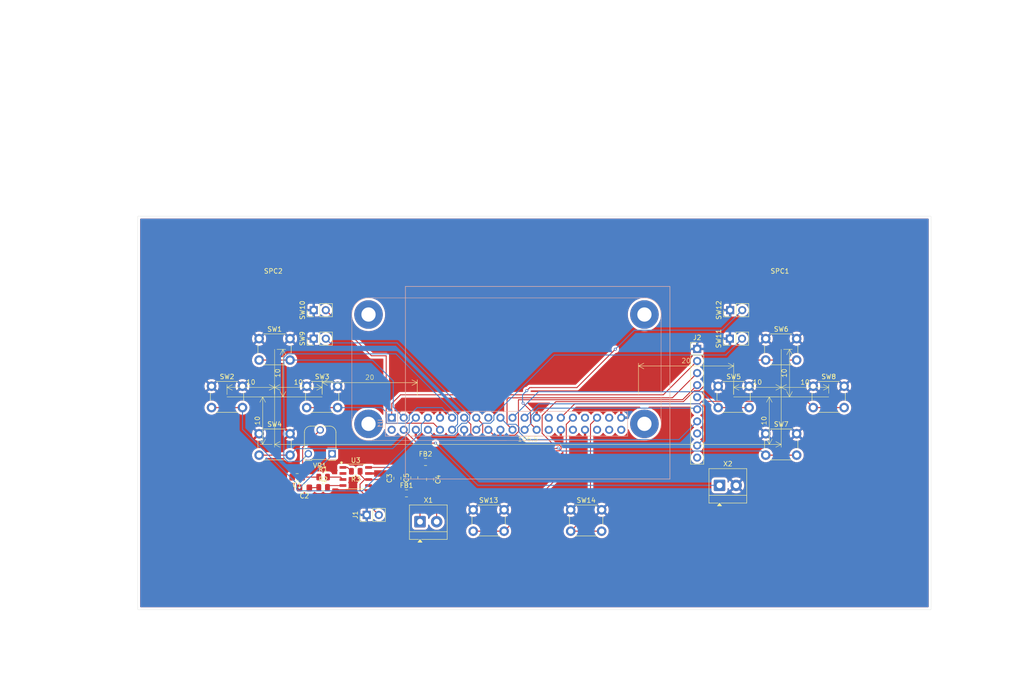
<source format=kicad_pcb>
(kicad_pcb (version 20241229) (generator "pcbnew") (generator_version "9.0")
  (title_block (title "RetroPie Zero Console"))
  (layers (0 "F.Cu" signal) (2 "B.Cu" signal) (13 "F.Paste" user) (15 "B.Paste" user) (5 "F.SilkS" user "F.Silkscreen") (7 "B.SilkS" user "B.Silkscreen") (1 "F.Mask" user) (3 "B.Mask" user) (25 "Edge.Cuts" user))
  (net 0 "")
  (net 1 "VCC")
  (net 2 "GND")
  (net 3 "SCREEN_MOSI")
  (net 4 "SCREEN_CS")
  (net 7 "SCREEN_D_C")
  (net 8 "SCREEN_CLK")
  (net 9 "SCREEN_RST")
  (net 10 "+3V3")
  (net 12 "DPAD_U")
  (net 13 "DPAD_L")
  (net 14 "DPAD_R")
  (net 15 "DPAD_D")
  (net 16 "SW_Y")
  (net 17 "SW_X")
  (net 18 "SW_B")
  (net 19 "SW_A")
  (net 20 "L_BUMP")
  (net 21 "R_TRIG")
  (net 22 "R_BUMP")
  (net 23 "SW_SEL")
  (net 24 "SW_STA")
  (net 28 "AIN -")
  (net 32 "PowerBoost Power")
  (net 33 "AIN +")
  (net 37 "/VO-")
  (net 38 "/VO+")
  (net 39 "Net-(C1-Pad1)")
  (net 40 "Net-(VR1-S)")
  (net 41 "Net-(C2-Pad1)")
  (net 42 "Net-(FB1-P$1)")
  (net 43 "Net-(FB2-P$1)")
  (net 44 "/SD")
  (net 45 "Net-(U3-IN_P)")
  (net 46 "Net-(U3-IN_N)")
  (footprint "Capacitor_SMD:C_0805_2012Metric_Pad1.18x1.45mm_HandSolder" (layer "F.Cu") (at 147.683 124.8575 -90)
    (property "Reference" "C4" (at 0 -1.68 90) (layer "F.SilkS"))
    (property "Value" "220pF")
    (pad "1" smd roundrect (at -1.0375 0 270) (size 1.175 1.45) (layers "F.Cu" "F.Mask" "F.Paste") (roundrect_rratio 0.212766) (net 37 "/VO-"))
    (pad "2" smd roundrect (at 1.0375 0 270) (size 1.175 1.45) (layers "F.Cu" "F.Mask" "F.Paste") (roundrect_rratio 0.212766) (net 2 "GND"))
  )
  (footprint "Button_Switch_THT:SW_PUSH_6mm" (layer "F.Cu") (at 121.75 105.25)
    (property "Reference" "SW3" (at 3.25 -2 0) (layer "F.SilkS"))
    (property "Value" "SW_DIP_x01")
    (pad "1" thru_hole circle (at 0 0 90) (size 2 2) (drill 1.1) (layers "*.Cu" "*.Mask") (net 2 "GND"))
    (pad "1" thru_hole circle (at 6.5 0 90) (size 2 2) (drill 1.1) (layers "*.Cu" "*.Mask") (net 2 "GND"))
    (pad "2" thru_hole circle (at 0 4.5 90) (size 2 2) (drill 1.1) (layers "*.Cu" "*.Mask") (net 14 "DPAD_R"))
    (pad "2" thru_hole circle (at 6.5 4.5 90) (size 2 2) (drill 1.1) (layers "*.Cu" "*.Mask") (net 14 "DPAD_R"))
  )
  (footprint "Capacitor_SMD:C_0805_2012Metric" (layer "F.Cu") (at 142.73 127.8)
    (property "Reference" "FB1" (at 0 -1.68 0) (layer "F.SilkS"))
    (property "Value" "Ferrite")
    (pad "1" smd roundrect (at -0.95 0) (size 1 1.45) (layers "F.Cu" "F.Mask" "F.Paste") (net 42 "Net-(FB1-P$1)"))
    (pad "2" smd roundrect (at 0.95 0) (size 1 1.45) (layers "F.Cu" "F.Mask" "F.Paste") (net 38 "/VO+"))
  )
  (footprint "Resistor_SMD:R_0805_2012Metric" (layer "F.Cu") (at 125.204 126.53)
    (property "Reference" "R2" (at 0 -1.65 0) (layer "F.SilkS"))
    (property "Value" "100")
    (pad "1" smd roundrect (at -0.9125 0) (size 1.025 1.4) (layers "F.Cu" "F.Mask" "F.Paste") (roundrect_rratio 0.243902) (net 41 "Net-(C2-Pad1)"))
    (pad "2" smd roundrect (at 0.9125 0) (size 1.025 1.4) (layers "F.Cu" "F.Mask" "F.Paste") (roundrect_rratio 0.243902) (net 46 "Net-(U3-IN_N)"))
  )
  (footprint "Capacitor_SMD:C_0805_2012Metric_Pad1.18x1.45mm_HandSolder" (layer "F.Cu") (at 121.267 126.657 180)
    (property "Reference" "C2" (at 0 -1.68 0) (layer "F.SilkS"))
    (property "Value" "1uF")
    (pad "1" smd roundrect (at -1.0375 0 180) (size 1.175 1.45) (layers "F.Cu" "F.Mask" "F.Paste") (roundrect_rratio 0.212766) (net 41 "Net-(C2-Pad1)"))
    (pad "2" smd roundrect (at 1.0375 0 180) (size 1.175 1.45) (layers "F.Cu" "F.Mask" "F.Paste") (roundrect_rratio 0.212766) (net 28 "AIN -"))
  )
  (footprint "Button_Switch_THT:SW_PUSH_6mm" (layer "F.Cu") (at 228.234436 105.25)
    (property "Reference" "SW8" (at 3.25 -2 0) (layer "F.SilkS"))
    (property "Value" "SW_DIP_x01")
    (pad "1" thru_hole circle (at 0 0 90) (size 2 2) (drill 1.1) (layers "*.Cu" "*.Mask") (net 2 "GND"))
    (pad "1" thru_hole circle (at 6.5 0 90) (size 2 2) (drill 1.1) (layers "*.Cu" "*.Mask") (net 2 "GND"))
    (pad "2" thru_hole circle (at 0 4.5 90) (size 2 2) (drill 1.1) (layers "*.Cu" "*.Mask") (net 19 "SW_A"))
    (pad "2" thru_hole circle (at 6.5 4.5 90) (size 2 2) (drill 1.1) (layers "*.Cu" "*.Mask") (net 19 "SW_A"))
  )
  (footprint "Capacitor_SMD:C_0805_2012Metric_Pad1.18x1.45mm_HandSolder" (layer "F.Cu") (at 144.381 124.5195 90)
    (property "Reference" "C5" (at 0 -1.68 90) (layer "F.SilkS"))
    (property "Value" "220pF")
    (pad "1" smd roundrect (at -1.0375 0 90) (size 1.175 1.45) (layers "F.Cu" "F.Mask" "F.Paste") (roundrect_rratio 0.212766) (net 38 "/VO+"))
    (pad "2" smd roundrect (at 1.0375 0 90) (size 1.175 1.45) (layers "F.Cu" "F.Mask" "F.Paste") (roundrect_rratio 0.212766) (net 2 "GND"))
  )
  (footprint "Button_Switch_THT:SW_PUSH_6mm" (layer "F.Cu") (at 156.75 131.25)
    (property "Reference" "SW13" (at 3.25 -2 0) (layer "F.SilkS"))
    (property "Value" "SW_DIP_x01")
    (pad "1" thru_hole circle (at 0 0 90) (size 2 2) (drill 1.1) (layers "*.Cu" "*.Mask") (net 2 "GND"))
    (pad "1" thru_hole circle (at 6.5 0 90) (size 2 2) (drill 1.1) (layers "*.Cu" "*.Mask") (net 2 "GND"))
    (pad "2" thru_hole circle (at 0 4.5 90) (size 2 2) (drill 1.1) (layers "*.Cu" "*.Mask") (net 23 "SW_SEL"))
    (pad "2" thru_hole circle (at 6.5 4.5 90) (size 2 2) (drill 1.1) (layers "*.Cu" "*.Mask") (net 23 "SW_SEL"))
  )
  (footprint "TerminalBlock_4Ucon:TerminalBlock_4Ucon_1x02_P3.50mm_Horizontal" (layer "F.Cu") (at 145.57 133.7575)
    (property "Reference" "X1" (at 1.75 -4.52 0) (layer "F.SilkS"))
    (property "Value" "TERMBLOCK_1X2")
    (pad "1" thru_hole roundrect (at 0 0) (size 2.4 2.4) (drill 1.2) (layers "*.Cu" "*.Mask") (roundrect_rratio 0.104167) (net 38 "/VO+"))
    (pad "2" thru_hole circle (at 3.5 0) (size 2.4 2.4) (drill 1.2) (layers "*.Cu" "*.Mask") (net 37 "/VO-"))
  )
  (footprint "Button_Switch_THT:SW_PUSH_6mm" (layer "F.Cu") (at 218.25 115.25)
    (property "Reference" "SW7" (at 3.25 -2 0) (layer "F.SilkS"))
    (property "Value" "SW_DIP_x01")
    (pad "1" thru_hole circle (at 0 0 90) (size 2 2) (drill 1.1) (layers "*.Cu" "*.Mask") (net 2 "GND"))
    (pad "1" thru_hole circle (at 6.5 0 90) (size 2 2) (drill 1.1) (layers "*.Cu" "*.Mask") (net 2 "GND"))
    (pad "2" thru_hole circle (at 0 4.5 90) (size 2 2) (drill 1.1) (layers "*.Cu" "*.Mask") (net 18 "SW_B"))
    (pad "2" thru_hole circle (at 6.5 4.5 90) (size 2 2) (drill 1.1) (layers "*.Cu" "*.Mask") (net 18 "SW_B"))
  )
  (footprint "lib:PAM8302AADCR" (layer "F.Cu") (at 132.062 124.244)
    (property "Reference" "U3" (at 0 -3.4 0) (layer "F.SilkS"))
    (property "Value" "PAM8302AASCR")
    (fp_text user "*" (at -3 -2.6 0) (layer "F.SilkS"))
    (fp_text user "*" (at -3 -2.6 0) (layer "F.SilkS"))
    (pad "1" smd rect (at -2.689598 -1.905) (size 1.416799 0.558) (layers "F.Cu" "F.Mask" "F.Paste") (net 44 "/SD"))
    (pad "2" smd rect (at -2.689598 -0.635) (size 1.416799 0.558) (layers "F.Cu" "F.Mask" "F.Paste"))
    (pad "3" smd rect (at -2.689598 0.635) (size 1.416799 0.558) (layers "F.Cu" "F.Mask" "F.Paste") (net 45 "Net-(U3-IN_P)"))
    (pad "4" smd rect (at -2.689598 1.905) (size 1.416799 0.558) (layers "F.Cu" "F.Mask" "F.Paste") (net 46 "Net-(U3-IN_N)"))
    (pad "5" smd rect (at 2.689598 1.905) (size 1.416799 0.558) (layers "F.Cu" "F.Mask" "F.Paste") (net 42 "Net-(FB1-P$1)"))
    (pad "6" smd rect (at 2.689598 0.635) (size 1.416799 0.558) (layers "F.Cu" "F.Mask" "F.Paste") (net 1 "VCC"))
    (pad "7" smd rect (at 2.689598 -0.635) (size 1.416799 0.558) (layers "F.Cu" "F.Mask" "F.Paste") (net 2 "GND"))
    (pad "8" smd rect (at 2.689598 -1.905) (size 1.416799 0.558) (layers "F.Cu" "F.Mask" "F.Paste") (net 43 "Net-(FB2-P$1)"))
  )
  (footprint "Button_Switch_THT:SW_PUSH_6mm" (layer "F.Cu") (at 101.75 105.25)
    (property "Reference" "SW2" (at 3.25 -2 0) (layer "F.SilkS"))
    (property "Value" "SW_DIP_x01")
    (pad "1" thru_hole circle (at 0 0 90) (size 2 2) (drill 1.1) (layers "*.Cu" "*.Mask") (net 2 "GND"))
    (pad "1" thru_hole circle (at 6.5 0 90) (size 2 2) (drill 1.1) (layers "*.Cu" "*.Mask") (net 2 "GND"))
    (pad "2" thru_hole circle (at 0 4.5 90) (size 2 2) (drill 1.1) (layers "*.Cu" "*.Mask") (net 13 "DPAD_L"))
    (pad "2" thru_hole circle (at 6.5 4.5 90) (size 2 2) (drill 1.1) (layers "*.Cu" "*.Mask") (net 13 "DPAD_L"))
  )
  (footprint "Button_Switch_THT:SW_PUSH_6mm" (layer "F.Cu") (at 218.25 95.25)
    (property "Reference" "SW6" (at 3.25 -2 0) (layer "F.SilkS"))
    (property "Value" "SW_DIP_x01")
    (pad "1" thru_hole circle (at 0 0 90) (size 2 2) (drill 1.1) (layers "*.Cu" "*.Mask") (net 2 "GND"))
    (pad "1" thru_hole circle (at 6.5 0 90) (size 2 2) (drill 1.1) (layers "*.Cu" "*.Mask") (net 2 "GND"))
    (pad "2" thru_hole circle (at 0 4.5 90) (size 2 2) (drill 1.1) (layers "*.Cu" "*.Mask") (net 17 "SW_X"))
    (pad "2" thru_hole circle (at 6.5 4.5 90) (size 2 2) (drill 1.1) (layers "*.Cu" "*.Mask") (net 17 "SW_X"))
  )
  (footprint "Connector_PinHeader_2.54mm:PinHeader_1x02_P2.54mm_Vertical" (layer "F.Cu") (at 134.366 132.334 90)
    (property "Reference" "J1" (at 0 -2.38 90) (layer "F.SilkS"))
    (property "Value" "Conn_01x02_Socket")
    (pad "1" thru_hole rect (at 0 0 90) (size 1.7 1.7) (drill 1) (layers "*.Cu" "*.Mask") (net 2 "GND"))
    (pad "2" thru_hole circle (at 0 2.54 90) (size 1.7 1.7) (drill 1) (layers "*.Cu" "*.Mask") (net 1 "VCC"))
  )
  (footprint "Potentiometer_THT:Potentiometer_Runtron_RM-065_Vertical" (layer "F.Cu") (at 127.087 119.461 180)
    (property "Reference" "VR1" (at 2.6 -2.5 0) (layer "F.SilkS"))
    (property "Value" "10K trim")
    (pad "1" thru_hole rect (at 0 0 180) (size 1.56 1.56) (drill 1) (layers "*.Cu" "*.Mask") (net 28 "AIN -"))
    (pad "2" thru_hole circle (at 2.5 5 180) (size 1.56 1.56) (drill 1) (layers "*.Cu" "*.Mask") (net 40 "Net-(VR1-S)"))
    (pad "3" thru_hole circle (at 5 0 180) (size 1.56 1.56) (drill 1) (layers "*.Cu" "*.Mask") (net 33 "AIN +"))
  )
  (footprint "lib:button_spacer" (layer "F.Cu") (at 115 107.5)
    (property "Reference" "SPC2" (at -0.27 -26.46 0) (layer "F.SilkS"))
    (property "Value" "Button Spacer")
  )
  (footprint "Button_Switch_THT:SW_PUSH_6mm" (layer "F.Cu") (at 111.75 115.25)
    (property "Reference" "SW4" (at 3.25 -2 0) (layer "F.SilkS"))
    (property "Value" "SW_DIP_x01")
    (pad "1" thru_hole circle (at 0 0 90) (size 2 2) (drill 1.1) (layers "*.Cu" "*.Mask") (net 2 "GND"))
    (pad "1" thru_hole circle (at 6.5 0 90) (size 2 2) (drill 1.1) (layers "*.Cu" "*.Mask") (net 2 "GND"))
    (pad "2" thru_hole circle (at 0 4.5 90) (size 2 2) (drill 1.1) (layers "*.Cu" "*.Mask") (net 15 "DPAD_D"))
    (pad "2" thru_hole circle (at 6.5 4.5 90) (size 2 2) (drill 1.1) (layers "*.Cu" "*.Mask") (net 15 "DPAD_D"))
  )
  (footprint "Button_Switch_THT:SW_PUSH_6mm" (layer "F.Cu") (at 208.25 105.25)
    (property "Reference" "SW5" (at 3.25 -2 0) (layer "F.SilkS"))
    (property "Value" "SW_DIP_x01")
    (pad "1" thru_hole circle (at 0 0 90) (size 2 2) (drill 1.1) (layers "*.Cu" "*.Mask") (net 2 "GND"))
    (pad "1" thru_hole circle (at 6.5 0 90) (size 2 2) (drill 1.1) (layers "*.Cu" "*.Mask") (net 2 "GND"))
    (pad "2" thru_hole circle (at 0 4.5 90) (size 2 2) (drill 1.1) (layers "*.Cu" "*.Mask") (net 16 "SW_Y"))
    (pad "2" thru_hole circle (at 6.5 4.5 90) (size 2 2) (drill 1.1) (layers "*.Cu" "*.Mask") (net 16 "SW_Y"))
  )
  (footprint "Capacitor_SMD:C_0805_2012Metric" (layer "F.Cu") (at 146.733 121.196)
    (property "Reference" "FB2" (at 0 -1.68 0) (layer "F.SilkS"))
    (property "Value" "Ferrite")
    (pad "1" smd roundrect (at -0.95 0) (size 1 1.45) (layers "F.Cu" "F.Mask" "F.Paste") (net 43 "Net-(FB2-P$1)"))
    (pad "2" smd roundrect (at 0.95 0) (size 1 1.45) (layers "F.Cu" "F.Mask" "F.Paste") (net 37 "/VO-"))
  )
  (footprint "Connector_PinHeader_2.54mm:PinHeader_1x02_P2.54mm_Vertical" (layer "F.Cu") (at 210.765 89.25 90)
    (property "Reference" "SW12" (at 0 -2.38 90) (layer "F.SilkS"))
    (property "Value" "SW_DIP_x01")
    (pad "1" thru_hole rect (at 0 0 90) (size 1.7 1.7) (drill 1) (layers "*.Cu" "*.Mask") (net 2 "GND"))
    (pad "2" thru_hole circle (at 0 2.54 90) (size 1.7 1.7) (drill 1) (layers "*.Cu" "*.Mask") (net 21 "R_TRIG"))
  )
  (footprint "Button_Switch_THT:SW_PUSH_6mm" (layer "F.Cu") (at 111.75 95.25)
    (property "Reference" "SW1" (at 3.25 -2 0) (layer "F.SilkS"))
    (property "Value" "SW_DIP_x01")
    (pad "1" thru_hole circle (at 0 0 90) (size 2 2) (drill 1.1) (layers "*.Cu" "*.Mask") (net 2 "GND"))
    (pad "1" thru_hole circle (at 6.5 0 90) (size 2 2) (drill 1.1) (layers "*.Cu" "*.Mask") (net 2 "GND"))
    (pad "2" thru_hole circle (at 0 4.5 90) (size 2 2) (drill 1.1) (layers "*.Cu" "*.Mask") (net 12 "DPAD_U"))
    (pad "2" thru_hole circle (at 6.5 4.5 90) (size 2 2) (drill 1.1) (layers "*.Cu" "*.Mask") (net 12 "DPAD_U"))
  )
  (footprint "Connector_PinHeader_2.54mm:PinHeader_1x02_P2.54mm_Vertical" (layer "F.Cu") (at 123.225 95.25 90)
    (property "Reference" "SW9" (at 0 -2.38 90) (layer "F.SilkS"))
    (property "Value" "SW_DIP_x01")
    (pad "1" thru_hole rect (at 0 0 90) (size 1.7 1.7) (drill 1) (layers "*.Cu" "*.Mask") (net 2 "GND"))
    (pad "2" thru_hole circle (at 0 2.54 90) (size 1.7 1.7) (drill 1) (layers "*.Cu" "*.Mask") (net 20 "L_BUMP"))
  )
  (footprint "Resistor_SMD:R_0805_2012Metric" (layer "F.Cu") (at 125.204 124.371)
    (property "Reference" "R1" (at 0 -1.65 0) (layer "F.SilkS"))
    (property "Value" "100")
    (pad "1" smd roundrect (at -0.9125 0) (size 1.025 1.4) (layers "F.Cu" "F.Mask" "F.Paste") (roundrect_rratio 0.243902) (net 39 "Net-(C1-Pad1)"))
    (pad "2" smd roundrect (at 0.9125 0) (size 1.025 1.4) (layers "F.Cu" "F.Mask" "F.Paste") (roundrect_rratio 0.243902) (net 45 "Net-(U3-IN_P)"))
  )
  (footprint "Capacitor_SMD:C_0805_2012Metric_Pad1.18x1.45mm_HandSolder" (layer "F.Cu") (at 119.743 124.371 180)
    (property "Reference" "C1" (at 0 -1.68 0) (layer "F.SilkS"))
    (property "Value" "1uF")
    (pad "1" smd roundrect (at -1.0375 0 180) (size 1.175 1.45) (layers "F.Cu" "F.Mask" "F.Paste") (roundrect_rratio 0.212766) (net 39 "Net-(C1-Pad1)"))
    (pad "2" smd roundrect (at 1.0375 0 180) (size 1.175 1.45) (layers "F.Cu" "F.Mask" "F.Paste") (roundrect_rratio 0.212766) (net 40 "Net-(VR1-S)"))
  )
  (footprint "TerminalBlock_4Ucon:TerminalBlock_4Ucon_1x02_P3.50mm_Horizontal" (layer "F.Cu") (at 208.534 126.111)
    (property "Reference" "X2" (at 1.75 -4.52 0) (layer "F.SilkS"))
    (property "Value" "TERMBLOCK_1X2")
    (pad "1" thru_hole roundrect (at 0 0) (size 2.4 2.4) (drill 1.2) (layers "*.Cu" "*.Mask") (roundrect_rratio 0.104167) (net 32 "PowerBoost Power"))
    (pad "2" thru_hole circle (at 3.5 0) (size 2.4 2.4) (drill 1.2) (layers "*.Cu" "*.Mask") (net 2 "GND"))
  )
  (footprint "Connector_PinHeader_2.54mm:PinHeader_1x02_P2.54mm_Vertical" (layer "F.Cu") (at 123.225 89.25 90)
    (property "Reference" "SW10" (at 0 -2.38 90) (layer "F.SilkS"))
    (property "Value" "SW_DIP_x01")
    (pad "1" thru_hole rect (at 0 0 90) (size 1.7 1.7) (drill 1) (layers "*.Cu" "*.Mask") (net 2 "GND"))
    (pad "2" thru_hole circle (at 0 2.54 90) (size 1.7 1.7) (drill 1) (layers "*.Cu" "*.Mask") (net 21 "R_TRIG"))
  )
  (footprint "Connector_PinHeader_2.54mm:PinHeader_1x10_P2.54mm_Vertical" (layer "F.Cu") (at 203.835 97.409)
    (property "Reference" "J2" (at 0 -2.38 0) (layer "F.SilkS"))
    (property "Value" "Conn_01x10_Pin")
    (pad "1" thru_hole rect (at 0 0) (size 1.7 1.7) (drill 1) (layers "*.Cu" "*.Mask") (net 2 "GND"))
    (pad "2" thru_hole circle (at 0 2.54) (size 1.7 1.7) (drill 1) (layers "*.Cu" "*.Mask") (net 10 "+3V3"))
    (pad "3" thru_hole circle (at 0 5.08) (size 1.7 1.7) (drill 1) (layers "*.Cu" "*.Mask") (net 7 "SCREEN_D_C"))
    (pad "4" thru_hole circle (at 0 7.62) (size 1.7 1.7) (drill 1) (layers "*.Cu" "*.Mask") (net 9 "SCREEN_RST"))
    (pad "5" thru_hole circle (at 0 10.16) (size 1.7 1.7) (drill 1) (layers "*.Cu" "*.Mask"))
    (pad "6" thru_hole circle (at 0 12.7) (size 1.7 1.7) (drill 1) (layers "*.Cu" "*.Mask") (net 4 "SCREEN_CS"))
    (pad "7" thru_hole circle (at 0 15.24) (size 1.7 1.7) (drill 1) (layers "*.Cu" "*.Mask") (net 3 "SCREEN_MOSI"))
    (pad "8" thru_hole circle (at 0 17.78) (size 1.7 1.7) (drill 1) (layers "*.Cu" "*.Mask"))
    (pad "9" thru_hole circle (at 0 20.32) (size 1.7 1.7) (drill 1) (layers "*.Cu" "*.Mask") (net 8 "SCREEN_CLK"))
    (pad "10" thru_hole circle (at 0 22.86) (size 1.7 1.7) (drill 1) (layers "*.Cu" "*.Mask"))
  )
  (footprint "Resistor_SMD:R_0805_2012Metric" (layer "F.Cu") (at 132.062 123.151701 180)
    (property "Reference" "R3" (at 0 -1.65 0) (layer "F.SilkS"))
    (property "Value" "10K")
    (pad "1" smd roundrect (at -0.9125 0 180) (size 1.025 1.4) (layers "F.Cu" "F.Mask" "F.Paste") (roundrect_rratio 0.243902) (net 1 "VCC"))
    (pad "2" smd roundrect (at 0.9125 0 180) (size 1.025 1.4) (layers "F.Cu" "F.Mask" "F.Paste") (roundrect_rratio 0.243902) (net 44 "/SD"))
  )
  (footprint "Capacitor_SMD:C_0805_2012Metric_Pad1.18x1.45mm_HandSolder" (layer "F.Cu") (at 140.825 124.625 90)
    (property "Reference" "C3" (at 0 -1.68 90) (layer "F.SilkS"))
    (property "Value" "10uF")
    (pad "1" smd roundrect (at -1.0375 0 90) (size 1.175 1.45) (layers "F.Cu" "F.Mask" "F.Paste") (roundrect_rratio 0.212766) (net 1 "VCC"))
    (pad "2" smd roundrect (at 1.0375 0 90) (size 1.175 1.45) (layers "F.Cu" "F.Mask" "F.Paste") (roundrect_rratio 0.212766) (net 2 "GND"))
  )
  (footprint "lib:button_spacer" (layer "F.Cu") (at 221.5 107.5)
    (property "Reference" "SPC1" (at -0.27 -26.46 0) (layer "F.SilkS"))
    (property "Value" "Button Spacer")
  )
  (footprint "Connector_PinHeader_2.54mm:PinHeader_1x02_P2.54mm_Vertical" (layer "F.Cu") (at 210.725 95.25 90)
    (property "Reference" "SW11" (at 0 -2.38 90) (layer "F.SilkS"))
    (property "Value" "SW_DIP_x01")
    (pad "1" thru_hole rect (at 0 0 90) (size 1.7 1.7) (drill 1) (layers "*.Cu" "*.Mask") (net 2 "GND"))
    (pad "2" thru_hole circle (at 0 2.54 90) (size 1.7 1.7) (drill 1) (layers "*.Cu" "*.Mask") (net 22 "R_BUMP"))
  )
  (footprint "Button_Switch_THT:SW_PUSH_6mm" (layer "F.Cu") (at 177.25 131.25)
    (property "Reference" "SW14" (at 3.25 -2 0) (layer "F.SilkS"))
    (property "Value" "SW_DIP_x01")
    (pad "1" thru_hole circle (at 0 0 90) (size 2 2) (drill 1.1) (layers "*.Cu" "*.Mask") (net 2 "GND"))
    (pad "1" thru_hole circle (at 6.5 0 90) (size 2 2) (drill 1.1) (layers "*.Cu" "*.Mask") (net 2 "GND"))
    (pad "2" thru_hole circle (at 0 4.5 90) (size 2 2) (drill 1.1) (layers "*.Cu" "*.Mask") (net 24 "SW_STA"))
    (pad "2" thru_hole circle (at 6.5 4.5 90) (size 2 2) (drill 1.1) (layers "*.Cu" "*.Mask") (net 24 "SW_STA"))
  )
  (footprint "Adafruit_2.2_SPI_240x320:TM022HDH26_2.2IN_LCD" (layer "B.Cu") (at 168.227 104.521 -90)
    (property "Reference" "U1")
    (property "Value" "~")
  )
  (footprint "lib:RPI Zero Footprint" (layer "B.Cu") (at 163.747 113.42 -90)
    (property "Reference" "U1" (at -0.27 26.46 90) (layer "B.SilkS") (effects (justify mirror)))
    (property "Value" "~")
    (pad "1" thru_hole rect (at -1.54 24.13 270) (size 1.7 1.7) (drill 1) (layers "*.Cu" "*.Mask") (net 10 "+3V3"))
    (pad "2" thru_hole oval (at 1 24.13 270) (size 1.7 1.7) (drill 1) (layers "*.Cu" "*.Mask"))
    (pad "3" thru_hole oval (at -1.54 21.59 270) (size 1.7 1.7) (drill 1) (layers "*.Cu" "*.Mask") (net 12 "DPAD_U"))
    (pad "4" thru_hole oval (at 1 21.59 270) (size 1.7 1.7) (drill 1) (layers "*.Cu" "*.Mask") (net 32 "PowerBoost Power"))
    (pad "5" thru_hole oval (at -1.54 19.05 270) (size 1.7 1.7) (drill 1) (layers "*.Cu" "*.Mask") (net 15 "DPAD_D"))
    (pad "6" thru_hole oval (at 1 19.05 270) (size 1.7 1.7) (drill 1) (layers "*.Cu" "*.Mask") (net 2 "GND"))
    (pad "7" thru_hole oval (at -1.54 16.51 270) (size 1.7 1.7) (drill 1) (layers "*.Cu" "*.Mask") (net 13 "DPAD_L"))
    (pad "8" thru_hole oval (at 1 16.51 270) (size 1.7 1.7) (drill 1) (layers "*.Cu" "*.Mask") (net 20 "L_BUMP"))
    (pad "9" thru_hole oval (at -1.54 13.97 270) (size 1.7 1.7) (drill 1) (layers "*.Cu" "*.Mask") (net 2 "GND"))
    (pad "10" thru_hole oval (at 1 13.97 270) (size 1.7 1.7) (drill 1) (layers "*.Cu" "*.Mask") (net 21 "R_TRIG"))
    (pad "11" thru_hole oval (at -1.54 11.43 270) (size 1.7 1.7) (drill 1) (layers "*.Cu" "*.Mask") (net 14 "DPAD_R"))
    (pad "12" thru_hole oval (at 1 11.43 270) (size 1.7 1.7) (drill 1) (layers "*.Cu" "*.Mask") (net 33 "AIN +"))
    (pad "13" thru_hole oval (at -1.54 8.89 270) (size 1.7 1.7) (drill 1) (layers "*.Cu" "*.Mask") (net 17 "SW_X"))
    (pad "14" thru_hole oval (at 1 8.89 270) (size 1.7 1.7) (drill 1) (layers "*.Cu" "*.Mask") (net 2 "GND"))
    (pad "15" thru_hole oval (at -1.54 6.35 270) (size 1.7 1.7) (drill 1) (layers "*.Cu" "*.Mask") (net 18 "SW_B"))
    (pad "16" thru_hole oval (at 1 6.35 270) (size 1.7 1.7) (drill 1) (layers "*.Cu" "*.Mask") (net 22 "R_BUMP"))
    (pad "17" thru_hole oval (at -1.54 3.81 270) (size 1.7 1.7) (drill 1) (layers "*.Cu" "*.Mask"))
    (pad "18" thru_hole oval (at 1 3.81 270) (size 1.7 1.7) (drill 1) (layers "*.Cu" "*.Mask") (net 9 "SCREEN_RST"))
    (pad "19" thru_hole oval (at -1.54 1.27 270) (size 1.7 1.7) (drill 1) (layers "*.Cu" "*.Mask") (net 3 "SCREEN_MOSI"))
    (pad "20" thru_hole oval (at 1 1.27 270) (size 1.7 1.7) (drill 1) (layers "*.Cu" "*.Mask") (net 2 "GND"))
    (pad "21" thru_hole oval (at -1.54 -1.27 270) (size 1.7 1.7) (drill 1) (layers "*.Cu" "*.Mask") (net 16 "SW_Y"))
    (pad "22" thru_hole oval (at 1 -1.27 270) (size 1.7 1.7) (drill 1) (layers "*.Cu" "*.Mask") (net 7 "SCREEN_D_C"))
    (pad "23" thru_hole oval (at -1.54 -3.81 270) (size 1.7 1.7) (drill 1) (layers "*.Cu" "*.Mask") (net 8 "SCREEN_CLK"))
    (pad "24" thru_hole oval (at 1 -3.81 270) (size 1.7 1.7) (drill 1) (layers "*.Cu" "*.Mask") (net 4 "SCREEN_CS"))
    (pad "25" thru_hole oval (at -1.54 -6.35 270) (size 1.7 1.7) (drill 1) (layers "*.Cu" "*.Mask") (net 2 "GND"))
    (pad "26" thru_hole oval (at 1 -6.35 270) (size 1.7 1.7) (drill 1) (layers "*.Cu" "*.Mask") (net 21 "R_TRIG"))
    (pad "27" thru_hole oval (at -1.54 -8.89 270) (size 1.7 1.7) (drill 1) (layers "*.Cu" "*.Mask"))
    (pad "28" thru_hole oval (at 1 -8.89 270) (size 1.7 1.7) (drill 1) (layers "*.Cu" "*.Mask"))
    (pad "29" thru_hole oval (at -1.54 -11.43 270) (size 1.7 1.7) (drill 1) (layers "*.Cu" "*.Mask") (net 19 "SW_A"))
    (pad "30" thru_hole oval (at 1 -11.43 270) (size 1.7 1.7) (drill 1) (layers "*.Cu" "*.Mask") (net 2 "GND"))
    (pad "31" thru_hole oval (at -1.54 -13.97 270) (size 1.7 1.7) (drill 1) (layers "*.Cu" "*.Mask") (net 23 "SW_SEL"))
    (pad "32" thru_hole oval (at 1 -13.97 270) (size 1.7 1.7) (drill 1) (layers "*.Cu" "*.Mask"))
    (pad "33" thru_hole oval (at -1.54 -16.51 270) (size 1.7 1.7) (drill 1) (layers "*.Cu" "*.Mask") (net 28 "AIN -"))
    (pad "34" thru_hole oval (at 1 -16.51 270) (size 1.7 1.7) (drill 1) (layers "*.Cu" "*.Mask") (net 2 "GND"))
    (pad "35" thru_hole oval (at -1.54 -19.05 270) (size 1.7 1.7) (drill 1) (layers "*.Cu" "*.Mask") (net 24 "SW_STA"))
    (pad "36" thru_hole oval (at 1 -19.05 270) (size 1.7 1.7) (drill 1) (layers "*.Cu" "*.Mask"))
    (pad "37" thru_hole oval (at -1.54 -21.59 270) (size 1.7 1.7) (drill 1) (layers "*.Cu" "*.Mask"))
    (pad "38" thru_hole oval (at 1 -21.59 270) (size 1.7 1.7) (drill 1) (layers "*.Cu" "*.Mask"))
    (pad "39" thru_hole oval (at -1.54 -24.13 270) (size 1.7 1.7) (drill 1) (layers "*.Cu" "*.Mask") (net 2 "GND"))
    (pad "40" thru_hole oval (at 1 -24.13 270) (size 1.7 1.7) (drill 1) (layers "*.Cu" "*.Mask"))
    (pad "41" thru_hole circle (at -23.25 -29 270) (size 6 6) (drill 3) (property pad_prop_castellated) (layers "*.Cu"))
    (pad "41" thru_hole circle (at -23.25 29 270) (size 6 6) (drill 3) (property pad_prop_castellated) (layers "*.Cu"))
    (pad "41" thru_hole circle (at -0.25 -29 270) (size 6 6) (drill 3) (property pad_prop_castellated) (layers "*.Cu"))
    (pad "41" thru_hole circle (at -0.25 29 270) (size 6 6) (drill 3) (property pad_prop_castellated) (layers "*.Cu"))
  )
  (gr_rect (start 86.25 69.5) (end 253 152.25) (stroke (width 0.05)) (fill no) (layer "Edge.Cuts"))
  (dimension (type orthogonal) (layer "F.SilkS") (pts (xy 211.5 107.5) (xy 191.5 107.5)) (height -6.5) (orientation 0) (format (prefix "") (suffix "") (units 3) (units_format 0) (precision 4) (suppress_zeroes yes)) (style (thickness 0.1) (arrow_length 1.27) (text_position_mode 0) (arrow_direction outward) (extension_height 0.58642) (extension_offset 0.5) (keep_text_aligned yes)) (gr_text "20" (at 201.5 99.9 0) (layer "F.SilkS") (effects (font (size 1 1) (thickness 0.1)))))
  (dimension (type orthogonal) (layer "F.SilkS") (pts (xy 125 107.5) (xy 145 107.75)) (height -3) (orientation 0) (format (prefix "") (suffix "") (units 3) (units_format 0) (precision 4) (suppress_zeroes yes)) (style (thickness 0.1) (arrow_length 1.27) (text_position_mode 0) (arrow_direction outward) (extension_height 0.58642) (extension_offset 0.5) (keep_text_aligned yes)) (gr_text "20" (at 135 103.4 0) (layer "F.SilkS") (effects (font (size 1 1) (thickness 0.1)))))
  (dimension (type orthogonal) (layer "F.SilkS") (pts (xy 115 117) (xy 221.5 117)) (height 0.5) (orientation 0) (format (prefix "") (suffix "") (units 3) (units_format 0) (precision 4) (suppress_zeroes yes)) (style (thickness 0.1) (arrow_length 1.27) (text_position_mode 0) (arrow_direction outward) (extension_height 0.58642) (extension_offset 0.5) (keep_text_aligned yes)) (gr_text "106.5" (at 168.25 116.4 0) (layer "F.SilkS") (effects (font (size 1 1) (thickness 0.1)))))
  (segment (start 133.947 124.879) (end 132.969 125.857) (width 0.2) (layer "F.Cu") (net 1))
  (segment (start 132.969 127.127) (end 134.747 128.905) (width 0.2) (layer "F.Cu") (net 1))
  (segment (start 134.751598 124.879) (end 133.947 124.879) (width 0.2) (layer "F.Cu") (net 1))
  (segment (start 140.0415 124.879) (end 134.751598 124.879) (width 0.2) (layer "F.Cu") (net 1))
  (segment (start 132.969 125.857) (end 132.969 127.127) (width 0.2) (layer "F.Cu") (net 1))
  (segment (start 132.9745 123.151701) (end 132.9745 123.851701) (width 0.2) (layer "F.Cu") (net 1))
  (segment (start 140.825 125.6625) (end 140.0415 124.879) (width 0.2) (layer "F.Cu") (net 1))
  (segment (start 134.747 130.175) (end 136.906 132.334) (width 0.2) (layer "F.Cu") (net 1))
  (segment (start 132.9745 123.851701) (end 134.001799 124.879) (width 0.2) (layer "F.Cu") (net 1))
  (segment (start 134.001799 124.879) (end 134.751598 124.879) (width 0.2) (layer "F.Cu") (net 1))
  (segment (start 134.747 128.905) (end 134.747 130.175) (width 0.2) (layer "F.Cu") (net 1))
  (segment (start 203.835 112.649) (end 200.013 116.471) (width 0.2) (layer "B.Cu") (net 3))
  (segment (start 165.73176 113.269) (end 163.866 113.269) (width 0.2) (layer "B.Cu") (net 3))
  (segment (start 163.866 113.269) (end 162.477 111.88) (width 0.2) (layer "B.Cu") (net 3))
  (segment (start 200.013 116.471) (end 167.98024 116.471) (width 0.2) (layer "B.Cu") (net 3))
  (segment (start 166.406 114.89676) (end 166.406 113.94324) (width 0.2) (layer "B.Cu") (net 3))
  (segment (start 167.98024 116.471) (end 166.406 114.89676) (width 0.2) (layer "B.Cu") (net 3))
  (segment (start 166.406 113.94324) (end 165.73176 113.269) (width 0.2) (layer "B.Cu") (net 3))
  (segment (start 170.48024 109.869) (end 168.946 111.40324) (width 0.2) (layer "B.Cu") (net 4))
  (segment (start 203.595 109.869) (end 170.48024 109.869) (width 0.2) (layer "B.Cu") (net 4))
  (segment (start 168.946 113.031) (end 167.557 114.42) (width 0.2) (layer "B.Cu") (net 4))
  (segment (start 203.835 110.109) (end 203.595 109.869) (width 0.2) (layer "B.Cu") (net 4))
  (segment (start 168.946 111.40324) (end 168.946 113.031) (width 0.2) (layer "B.Cu") (net 4))
  (segment (start 165.017 114.42) (end 163.866 113.269) (width 0.2) (layer "F.Cu") (net 7))
  (segment (start 198.628 107.696) (end 203.835 102.489) (width 0.2) (layer "F.Cu") (net 7))
  (segment (start 163.866 108.041) (end 164.211 107.696) (width 0.2) (layer "F.Cu") (net 7))
  (segment (start 163.866 113.269) (end 163.866 108.041) (width 0.2) (layer "F.Cu") (net 7))
  (segment (start 164.211 107.696) (end 198.628 107.696) (width 0.2) (layer "F.Cu") (net 7))
  (segment (start 203.835 117.729) (end 204.986 116.578) (width 0.2) (layer "B.Cu") (net 8))
  (segment (start 170.479 108.958) (end 167.557 111.88) (width 0.2) (layer "B.Cu") (net 8))
  (segment (start 204.31176 108.958) (end 170.479 108.958) (width 0.2) (layer "B.Cu") (net 8))
  (segment (start 204.986 109.63224) (end 204.31176 108.958) (width 0.2) (layer "B.Cu") (net 8))
  (segment (start 204.986 116.578) (end 204.986 109.63224) (width 0.2) (layer "B.Cu") (net 8))
  (segment (start 203.835 105.029) (end 200.767 108.097) (width 0.2) (layer "F.Cu") (net 9))
  (segment (start 165.49376 115.571) (end 161.088 115.571) (width 0.2) (layer "F.Cu") (net 9))
  (segment (start 200.767 108.097) (end 166.26 108.097) (width 0.2) (layer "F.Cu") (net 9))
  (segment (start 161.088 115.571) (end 159.937 114.42) (width 0.2) (layer "F.Cu") (net 9))
  (segment (start 166.26 108.097) (end 166.26 114.80476) (width 0.2) (layer "F.Cu") (net 9))
  (segment (start 166.26 114.80476) (end 165.49376 115.571) (width 0.2) (layer "F.Cu") (net 9))
  (segment (start 196.723 107.061) (end 203.835 99.949) (width 0.2) (layer "F.Cu") (net 10))
  (segment (start 139.617 111.88) (end 139.617 108.922) (width 0.2) (layer "F.Cu") (net 10))
  (segment (start 141.478 107.061) (end 196.723 107.061) (width 0.2) (layer "F.Cu") (net 10))
  (segment (start 139.617 108.922) (end 141.478 107.061) (width 0.2) (layer "F.Cu") (net 10))
  (segment (start 111.75 99.75) (end 118.25 99.75) (width 0.2) (layer "F.Cu") (net 12))
  (segment (start 139.954 104.14) (end 139.954 109.677) (width 0.2) (layer "B.Cu") (net 12))
  (segment (start 135.564 99.75) (end 139.954 104.14) (width 0.2) (layer "B.Cu") (net 12))
  (segment (start 139.954 109.677) (end 142.157 111.88) (width 0.2) (layer "B.Cu") (net 12))
  (segment (start 118.25 99.75) (end 135.564 99.75) (width 0.2) (layer "B.Cu") (net 12))
  (segment (start 101.75 109.75) (end 108.25 109.75) (width 0.2) (layer "F.Cu") (net 13))
  (segment (start 145.848 113.269) (end 147.237 111.88) (width 0.2) (layer "B.Cu") (net 13))
  (segment (start 119.6285 126.905943) (end 119.980557 127.258) (width 0.2) (layer "B.Cu") (net 13))
  (segment (start 133.48676 127.258) (end 145.848 114.89676) (width 0.2) (layer "B.Cu") (net 13))
  (segment (start 108.25 109.75) (end 108.25 114.325443) (width 0.2) (layer "B.Cu") (net 13))
  (segment (start 119.6285 125.703943) (end 119.6285 126.905943) (width 0.2) (layer "B.Cu") (net 13))
  (segment (start 119.980557 127.258) (end 133.48676 127.258) (width 0.2) (layer "B.Cu") (net 13))
  (segment (start 145.848 114.89676) (end 145.848 113.269) (width 0.2) (layer "B.Cu") (net 13))
  (segment (start 108.25 114.325443) (end 119.6285 125.703943) (width 0.2) (layer "B.Cu") (net 13))
  (segment (start 121.75 109.75) (end 128.25 109.75) (width 0.2) (layer "F.Cu") (net 14))
  (segment (start 137.487 109.75) (end 138.466 110.729) (width 0.2) (layer "B.Cu") (net 14))
  (segment (start 143.308 112.35676) (end 143.308 111.40324) (width 0.2) (layer "B.Cu") (net 14))
  (segment (start 144.96124 109.75) (end 150.187 109.75) (width 0.2) (layer "B.Cu") (net 14))
  (segment (start 138.466 113.031) (end 142.63376 113.031) (width 0.2) (layer "B.Cu") (net 14))
  (segment (start 128.25 109.75) (end 137.487 109.75) (width 0.2) (layer "B.Cu") (net 14))
  (segment (start 138.466 110.729) (end 138.466 113.031) (width 0.2) (layer "B.Cu") (net 14))
  (segment (start 150.187 109.75) (end 152.317 111.88) (width 0.2) (layer "B.Cu") (net 14))
  (segment (start 142.63376 113.031) (end 143.308 112.35676) (width 0.2) (layer "B.Cu") (net 14))
  (segment (start 143.308 111.40324) (end 144.96124 109.75) (width 0.2) (layer "B.Cu") (net 14))
  (segment (start 111.75 119.75) (end 118.25 119.75) (width 0.2) (layer "F.Cu") (net 15))
  (segment (start 119.62 118.38) (end 118.25 119.75) (width 0.2) (layer "B.Cu") (net 15))
  (segment (start 144.697 111.88) (end 143.308 113.269) (width 0.2) (layer "B.Cu") (net 15))
  (segment (start 143.308 114.89676) (end 139.82476 118.38) (width 0.2) (layer "B.Cu") (net 15))
  (segment (start 139.82476 118.38) (end 119.62 118.38) (width 0.2) (layer "B.Cu") (net 15))
  (segment (start 143.308 113.269) (end 143.308 114.89676) (width 0.2) (layer "B.Cu") (net 15))
  (segment (start 208.25 109.75) (end 214.75 109.75) (width 0.2) (layer "F.Cu") (net 16))
  (segment (start 204.918 106.418) (end 170.479 106.418) (width 0.2) (layer "B.Cu") (net 16))
  (segment (start 208.25 109.75) (end 204.918 106.418) (width 0.2) (layer "B.Cu") (net 16))
  (segment (start 170.479 106.418) (end 165.017 111.88) (width 0.2) (layer "B.Cu") (net 16))
  (segment (start 156.246 115.1571) (end 156.246 113.269) (width 0.2) (layer "F.Cu") (net 17))
  (segment (start 174.873943 117.636) (end 175.226 117.988057) (width 0.2) (layer "F.Cu") (net 17))
  (segment (start 200.9331 108.498) (end 174.15324 108.498) (width 0.2) (layer "F.Cu") (net 17))
  (segment (start 204.31176 106.18) (end 203.2511 106.18) (width 0.2) (layer "F.Cu") (net 17))
  (segment (start 210.74176 99.75) (end 204.31176 106.18) (width 0.2) (layer "F.Cu") (net 17))
  (segment (start 203.2511 106.18) (end 200.9331 108.498) (width 0.2) (layer "F.Cu") (net 17))
  (segment (start 218.25 99.75) (end 224.75 99.75) (width 0.2) (layer "F.Cu") (net 17))
  (segment (start 171.248 115.161943) (end 173.722057 117.636) (width 0.2) (layer "F.Cu") (net 17))
  (segment (start 173.722057 117.636) (end 174.873943 117.636) (width 0.2) (layer "F.Cu") (net 17))
  (segment (start 218.25 99.75) (end 210.74176 99.75) (width 0.2) (layer "F.Cu") (net 17))
  (segment (start 171.248 111.40324) (end 171.248 115.161943) (width 0.2) (layer "F.Cu") (net 17))
  (segment (start 174.873943 118.838) (end 159.9269 118.838) (width 0.2) (layer "F.Cu") (net 17))
  (segment (start 175.226 118.485943) (end 174.873943 118.838) (width 0.2) (layer "F.Cu") (net 17))
  (segment (start 156.246 113.269) (end 154.857 111.88) (width 0.2) (layer "F.Cu") (net 17))
  (segment (start 174.15324 108.498) (end 171.248 111.40324) (width 0.2) (layer "F.Cu") (net 17))
  (segment (start 159.9269 118.838) (end 156.246 115.1571) (width 0.2) (layer "F.Cu") (net 17))
  (segment (start 175.226 117.988057) (end 175.226 118.485943) (width 0.2) (layer "F.Cu") (net 17))
  (segment (start 157.397 111.88) (end 158.75 113.233) (width 0.2) (layer "F.Cu") (net 18))
  (segment (start 160.02 118.364) (end 160.401 118.364) (width 0.2) (layer "F.Cu") (net 18))
  (segment (start 158.75 117.094) (end 160.02 118.364) (width 0.2) (layer "F.Cu") (net 18))
  (segment (start 160.401 118.364) (end 174.498 118.364) (width 0.2) (layer "F.Cu") (net 18))
  (segment (start 174.498 118.364) (end 174.625 118.237) (width 0.2) (layer "F.Cu") (net 18))
  (segment (start 218.25 119.75) (end 224.75 119.75) (width 0.2) (layer "F.Cu") (net 18))
  (segment (start 158.75 113.233) (end 158.75 117.094) (width 0.2) (layer "F.Cu") (net 18))
  (via (at 174.625 118.237) (size 0.6) (drill 0.3) (layers "F.Cu" "B.Cu") (net 18))
  (segment (start 175.268 118.88) (end 217.38 118.88) (width 0.2) (layer "B.Cu") (net 18))
  (segment (start 217.38 118.88) (end 218.25 119.75) (width 0.2) (layer "B.Cu") (net 18))
  (segment (start 174.625 118.237) (end 175.268 118.88) (width 0.2) (layer "B.Cu") (net 18))
  (segment (start 178.099 108.958) (end 175.177 111.88) (width 0.2) (layer "F.Cu") (net 19))
  (segment (start 204.82076 108.449) (end 204.31176 108.958) (width 0.2) (layer "F.Cu") (net 19))
  (segment (start 204.31176 108.958) (end 178.099 108.958) (width 0.2) (layer "F.Cu") (net 19))
  (segment (start 228.234436 109.75) (end 226.933436 108.449) (width 0.2) (layer "F.Cu") (net 19))
  (segment (start 228.234436 109.75) (end 234.734436 109.75) (width 0.2) (layer "F.Cu") (net 19))
  (segment (start 226.933436 108.449) (end 204.82076 108.449) (width 0.2) (layer "F.Cu") (net 19))
  (segment (start 126.654 96.139) (end 140.74376 96.139) (width 0.2) (layer "B.Cu") (net 20))
  (segment (start 154.38024 113.031) (end 153.468 113.94324) (width 0.2) (layer "B.Cu") (net 20))
  (segment (start 152.79376 115.571) (end 148.388 115.571) (width 0.2) (layer "B.Cu") (net 20))
  (segment (start 125.765 95.25) (end 126.654 96.139) (width 0.2) (layer "B.Cu") (net 20))
  (segment (start 155.33376 113.031) (end 154.38024 113.031) (width 0.2) (layer "B.Cu") (net 20))
  (segment (start 156.008 112.35676) (end 155.33376 113.031) (width 0.2) (layer "B.Cu") (net 20))
  (segment (start 153.468 114.89676) (end 152.79376 115.571) (width 0.2) (layer "B.Cu") (net 20))
  (segment (start 156.008 111.40324) (end 156.008 112.35676) (width 0.2) (layer "B.Cu") (net 20))
  (segment (start 140.74376 96.139) (end 156.008 111.40324) (width 0.2) (layer "B.Cu") (net 20))
  (segment (start 153.468 113.94324) (end 153.468 114.89676) (width 0.2) (layer "B.Cu") (net 20))
  (segment (start 148.388 115.571) (end 147.237 114.42) (width 0.2) (layer "B.Cu") (net 20))
  (segment (start 168.656 105.537) (end 168.021 106.172) (width 0.2) (layer "F.Cu") (net 21))
  (segment (start 169.037 105.537) (end 168.656 105.537) (width 0.2) (layer "F.Cu") (net 21))
  (segment (start 178.562 105.537) (end 169.037 105.537) (width 0.2) (layer "F.Cu") (net 21))
  (segment (start 138.466 113.031) (end 148.388 113.031) (width 0.2) (layer "F.Cu") (net 21))
  (segment (start 186.6265 97.4725) (end 178.562 105.537) (width 0.2) (layer "F.Cu") (net 21))
  (segment (start 125.765 89.25) (end 135.362 98.847) (width 0.2) (layer "F.Cu") (net 21))
  (segment (start 168.783 113.106) (end 170.097 114.42) (width 0.2) (layer "F.Cu") (net 21))
  (segment (start 138.466 98.847) (end 138.466 113.031) (width 0.2) (layer "F.Cu") (net 21))
  (segment (start 167.234235 108.814235) (end 168.783 110.363) (width 0.2) (layer "F.Cu") (net 21))
  (segment (start 168.783 110.363) (end 168.783 113.106) (width 0.2) (layer "F.Cu") (net 21))
  (segment (start 148.388 113.031) (end 149.777 114.42) (width 0.2) (layer "F.Cu") (net 21))
  (segment (start 135.362 98.847) (end 138.466 98.847) (width 0.2) (layer "F.Cu") (net 21))
  (via (at 167.234235 108.814235) (size 0.6) (drill 0.3) (layers "F.Cu" "B.Cu") (net 21))
  (via (at 186.6265 97.4725) (size 0.6) (drill 0.3) (layers "F.Cu" "B.Cu") (net 21))
  (via (at 168.021 106.172) (size 0.6) (drill 0.3) (layers "F.Cu" "B.Cu") (net 21))
  (segment (start 209.084 93.471) (end 213.305 89.25) (width 0.2) (layer "B.Cu") (net 21))
  (segment (start 168.021 106.172) (end 167.132 107.061) (width 0.2) (layer "B.Cu") (net 21))
  (segment (start 186.6265 97.4725) (end 186.563 97.536) (width 0.2) (layer "B.Cu") (net 21))
  (segment (start 186.6265 97.4725) (end 190.628 93.471) (width 0.2) (layer "B.Cu") (net 21))
  (segment (start 167.132 107.061) (end 167.132 108.585) (width 0.2) (layer "B.Cu") (net 21))
  (segment (start 167.234235 108.687235) (end 167.234235 108.814235) (width 0.2) (layer "B.Cu") (net 21))
  (segment (start 167.132 108.585) (end 167.234235 108.687235) (width 0.2) (layer "B.Cu") (net 21))
  (segment (start 190.628 93.471) (end 209.084 93.471) (width 0.2) (layer "B.Cu") (net 21))
  (segment (start 158.786 113.031) (end 157.397 114.42) (width 0.2) (layer "B.Cu") (net 22))
  (segment (start 161.088 111.40324) (end 161.088 112.35676) (width 0.2) (layer "B.Cu") (net 22))
  (segment (start 160.41376 113.031) (end 158.786 113.031) (width 0.2) (layer "B.Cu") (net 22))
  (segment (start 209.918 98.597) (end 213.265 95.25) (width 0.2) (layer "B.Cu") (net 22))
  (segment (start 209.918 98.687) (end 173.80424 98.687) (width 0.2) (layer "B.Cu") (net 22))
  (segment (start 173.80424 98.687) (end 161.088 111.40324) (width 0.2) (layer "B.Cu") (net 22))
  (segment (start 209.918 98.687) (end 209.918 98.597) (width 0.2) (layer "B.Cu") (net 22))
  (segment (start 161.088 112.35676) (end 160.41376 113.031) (width 0.2) (layer "B.Cu") (net 22))
  (segment (start 156.75 135.75) (end 163.25 135.75) (width 0.2) (layer "F.Cu") (net 23))
  (segment (start 176.328 122.672) (end 176.328 113.269) (width 0.2) (layer "F.Cu") (net 23))
  (segment (start 176.328 113.269) (end 177.717 111.88) (width 0.2) (layer "F.Cu") (net 23))
  (segment (start 163.25 135.75) (end 176.328 122.672) (width 0.2) (layer "F.Cu") (net 23))
  (segment (start 182.797 111.88) (end 181.408 113.269) (width 0.2) (layer "F.Cu") (net 24))
  (segment (start 181.408 113.269) (end 181.408 130.842) (width 0.2) (layer "F.Cu") (net 24))
  (segment (start 177.25 135.75) (end 183.75 135.75) (width 0.2) (layer "F.Cu") (net 24))
  (segment (start 181.408 131.592) (end 181.408 130.75) (width 0.2) (layer "F.Cu") (net 24))
  (segment (start 177.25 135.75) (end 181.408 131.592) (width 0.2) (layer "F.Cu") (net 24))
  (via (at 120.2295 126.657) (size 0.6) (drill 0.3) (layers "F.Cu" "B.Cu") (net 28))
  (segment (start 120.2295 126.657) (end 127.087 119.7995) (width 0.2) (layer "B.Cu") (net 28))
  (segment (start 127.087 119.7995) (end 127.087 119.461) (width 0.2) (layer "B.Cu") (net 28))
  (segment (start 144.958 117.221) (end 142.157 114.42) (width 0.2) (layer "F.Cu") (net 32))
  (segment (start 148.844 117.221) (end 144.958 117.221) (width 0.2) (layer "F.Cu") (net 32))
  (via (at 148.844 117.221) (size 0.6) (drill 0.3) (layers "F.Cu" "B.Cu") (net 32))
  (segment (start 157.734 126.111) (end 148.844 117.221) (width 0.2) (layer "B.Cu") (net 32))
  (segment (start 208.534 126.111) (end 157.734 126.111) (width 0.2) (layer "B.Cu") (net 32))
  (segment (start 117.711108 98.449) (end 140.51376 98.449) (width 0.2) (layer "B.Cu") (net 33))
  (segment (start 120.497 121.051) (end 117.711108 121.051) (width 0.2) (layer "B.Cu") (net 33))
  (segment (start 153.468 111.40324) (end 153.468 113.269) (width 0.2) (layer "B.Cu") (net 33))
  (segment (start 117.711108 121.051) (end 116.949 120.288892) (width 0.2) (layer "B.Cu") (net 33))
  (segment (start 122.087 119.461) (end 120.497 121.051) (width 0.2) (layer "B.Cu") (net 33))
  (segment (start 153.468 113.269) (end 152.317 114.42) (width 0.2) (layer "B.Cu") (net 33))
  (segment (start 116.949 120.288892) (end 116.949 99.211108) (width 0.2) (layer "B.Cu") (net 33))
  (segment (start 116.949 99.211108) (end 117.711108 98.449) (width 0.2) (layer "B.Cu") (net 33))
  (segment (start 140.51376 98.449) (end 153.468 111.40324) (width 0.2) (layer "B.Cu") (net 33))
  (segment (start 149.07 125.207) (end 147.683 123.82) (width 0.2) (layer "F.Cu") (net 37))
  (segment (start 147.683 121.196) (end 147.683 123.82) (width 0.2) (layer "F.Cu") (net 37))
  (segment (start 149.07 133.7575) (end 149.07 125.207) (width 0.2) (layer "F.Cu") (net 37))
  (segment (start 143.68 126.258) (end 144.381 125.557) (width 0.2) (layer "F.Cu") (net 38))
  (segment (start 145.57 129.69) (end 143.68 127.8) (width 0.2) (layer "F.Cu") (net 38))
  (segment (start 143.68 127.8) (end 143.68 126.258) (width 0.2) (layer "F.Cu") (net 38))
  (segment (start 145.57 133.7575) (end 145.57 129.69) (width 0.2) (layer "F.Cu") (net 38))
  (segment (start 120.7805 124.371) (end 124.2915 124.371) (width 0.2) (layer "F.Cu") (net 39))
  (segment (start 120.904 118.144) (end 124.587 114.461) (width 0.2) (layer "F.Cu") (net 40))
  (segment (start 118.7055 124.371) (end 120.904 122.1725) (width 0.2) (layer "F.Cu") (net 40))
  (segment (start 120.904 122.1725) (end 120.904 118.144) (width 0.2) (layer "F.Cu") (net 40))
  (segment (start 122.3045 126.657) (end 124.2915 126.53) (width 0.2) (layer "F.Cu") (net 41))
  (segment (start 141.78 127.8) (end 136.402598 127.8) (width 0.2) (layer "F.Cu") (net 42))
  (segment (start 136.402598 127.8) (end 134.751598 126.149) (width 0.2) (layer "F.Cu") (net 42))
  (segment (start 145.783 121.196) (end 144.64 122.339) (width 0.2) (layer "F.Cu") (net 43))
  (segment (start 144.64 122.339) (end 134.751598 122.339) (width 0.2) (layer "F.Cu") (net 43))
  (segment (start 129.372402 122.339) (end 130.336799 122.339) (width 0.2) (layer "F.Cu") (net 44))
  (segment (start 130.336799 122.339) (end 131.1495 123.151701) (width 0.2) (layer "F.Cu") (net 44))
  (segment (start 128.864402 124.371) (end 129.372402 124.879) (width 0.2) (layer "F.Cu") (net 45))
  (segment (start 126.1165 124.371) (end 128.864402 124.371) (width 0.2) (layer "F.Cu") (net 45))
  (segment (start 126.4975 126.149) (end 126.1165 126.53) (width 0.2) (layer "F.Cu") (net 46))
  (segment (start 129.372402 126.149) (end 126.4975 126.149) (width 0.2) (layer "F.Cu") (net 46))
  (zone (net 2) (net_name "GND") (layers "F.Cu" "B.Cu") (connect_pads (clearance 0.5)) (min_thickness 0.25) (fill yes (thermal_gap 0.5) (thermal_bridge_width 0.5))
    (polygon (pts (xy 57.277 24.003) (xy 270.51 25.146) (xy 272.542 160.782) (xy 61.341 166.624)))
  )
)
</source>
